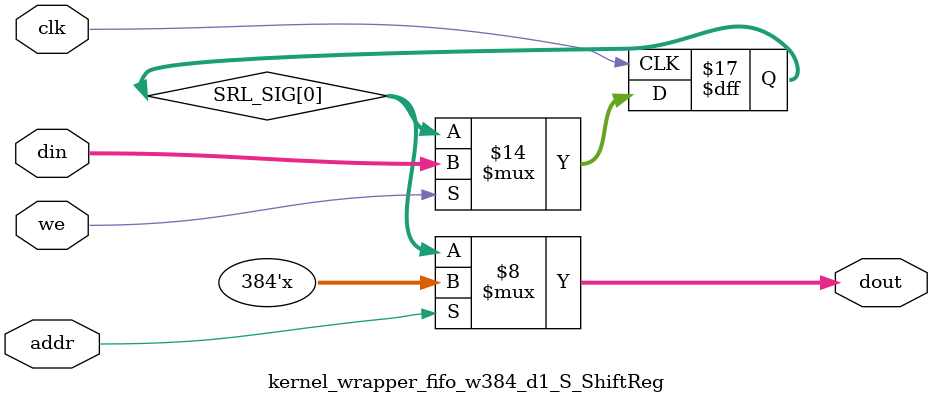
<source format=v>

`timescale 1 ns / 1 ps

module kernel_wrapper_fifo_w384_d1_S
#(parameter
    MEM_STYLE   = "shiftReg",
    DATA_WIDTH  = 384,
    ADDR_WIDTH  = 1,
    DEPTH       = 1)
(
    // system signal
    input  wire                  clk,
    input  wire                  reset,

    // write
    output wire                  if_full_n,
    input  wire                  if_write_ce,
    input  wire                  if_write,
    input  wire [DATA_WIDTH-1:0] if_din,
    
    // read 
    output wire [ADDR_WIDTH:0]   if_num_data_valid, // for FRP
    output wire [ADDR_WIDTH:0]   if_fifo_cap,       // for FRP
    output wire                  if_empty_n,
    input  wire                  if_read_ce,
    input  wire                  if_read,
    output wire [DATA_WIDTH-1:0] if_dout
);
//------------------------Parameter----------------------

//------------------------Local signal-------------------
wire [ADDR_WIDTH-1:0] addr;
wire                  push;
wire                  pop;
reg signed [ADDR_WIDTH:0]   mOutPtr;
reg                   empty_n = 1'b0;
reg                   full_n  = 1'b1;
// with almost full?  no 
//------------------------Instantiation------------------
kernel_wrapper_fifo_w384_d1_S_ShiftReg 
#(  .DATA_WIDTH (DATA_WIDTH),
    .ADDR_WIDTH (ADDR_WIDTH),
    .DEPTH      (DEPTH))
U_kernel_wrapper_fifo_w384_d1_S_ShiftReg (
    .clk        (clk),
    .we         (push),
    .addr       (addr),
    .din        (if_din),
    .dout       (if_dout)
);
//------------------------Task and function--------------

//------------------------Body---------------------------
// has num_data_valid ? 
assign if_num_data_valid = mOutPtr + 1'b1; // yes
assign if_fifo_cap = DEPTH; // yes 

// has almost full ? 
assign if_full_n  = full_n; //no 
assign if_empty_n = empty_n;

assign push = (if_write & if_write_ce) & full_n;
assign pop  = (if_read & if_read_ce) & empty_n;
assign addr = mOutPtr[ADDR_WIDTH] == 1'b0 ? mOutPtr[ADDR_WIDTH-1:0]:{ADDR_WIDTH{1'b0}};

// full_n
always @(posedge clk ) begin
    if (reset == 1'b1)
        full_n <= 1'b1;
    else if (push & ~pop) begin
        if (mOutPtr == DEPTH - 2)
            full_n <= 1'b0;
    end
    else if (~push & pop)
        full_n <= 1'b1;
end

// almost_full_n 

// empty_n
always @(posedge clk ) begin
    if (reset == 1'b1)
        empty_n <= 1'b0;
    else if (push & ~pop)
        empty_n <= 1'b1;
    else if (~push & pop) begin
        if (mOutPtr == 0)
            empty_n <= 1'b0;
    end
end

// mOutPtr
always @(posedge clk ) begin
    if (reset == 1'b1)
        mOutPtr <= {ADDR_WIDTH+1{1'b1}};
    else if (push & ~pop)
        mOutPtr <= mOutPtr + 1'b1;
    else if (~push & pop)
        mOutPtr <= mOutPtr - 1'b1;
end

endmodule  


module kernel_wrapper_fifo_w384_d1_S_ShiftReg
#(parameter
    DATA_WIDTH  = 384,
    ADDR_WIDTH  = 1,
    DEPTH       = 1)
(
    input  wire                  clk,
    input  wire                  we,
    input  wire [ADDR_WIDTH-1:0] addr,
    input  wire [DATA_WIDTH-1:0] din,
    output wire [DATA_WIDTH-1:0] dout
);

reg [DATA_WIDTH-1:0] SRL_SIG [0:DEPTH-1];
integer i;

always @ (posedge clk) begin
    if (we) begin
        for (i=0; i<DEPTH-1; i=i+1)
            SRL_SIG[i+1] <= SRL_SIG[i];
        SRL_SIG[0] <= din;
    end
end

assign dout = SRL_SIG[addr];

endmodule

</source>
